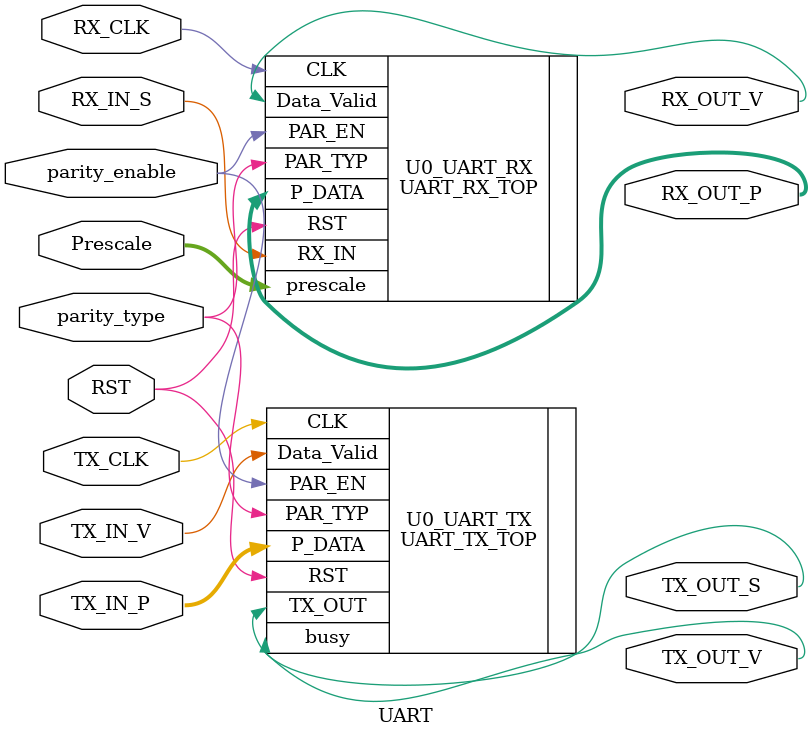
<source format=v>

module UART # ( parameter DATA_WIDTH = 8 , PRESCALE_WIDTH = 5 )

(
 input   wire                          RST,
 input   wire                          TX_CLK,
 input   wire                          RX_CLK,
 input   wire                          RX_IN_S,
 output  wire   [DATA_WIDTH-1:0]       RX_OUT_P, 
 output  wire                          RX_OUT_V,
 input   wire   [DATA_WIDTH-1:0]       TX_IN_P, 
 input   wire                          TX_IN_V, 
 output  wire                          TX_OUT_S,
 output  wire                          TX_OUT_V,  
 input   wire   [PRESCALE_WIDTH-1:0]   Prescale,
 input   wire                          parity_enable,
 input   wire                          parity_type//,
 //output  wire                          parity_error,
 //output  wire                          framing_error
);


UART_TX_TOP  U0_UART_TX (
.CLK(TX_CLK),
.RST(RST),
.P_DATA(TX_IN_P),
.Data_Valid(TX_IN_V),
.PAR_EN(parity_enable),
.PAR_TYP(parity_type), 
.TX_OUT(TX_OUT_S),
.busy(TX_OUT_V)
);
 
 
UART_RX_TOP U0_UART_RX (
.CLK(RX_CLK),
.RST(RST),
.RX_IN(RX_IN_S),
.prescale( Prescale),
.PAR_EN(parity_enable),
.PAR_TYP(parity_type),
.P_DATA(RX_OUT_P), 
.Data_Valid(RX_OUT_V)//,
//.parity_error(parity_error),
//.framing_error(framing_error)
);
 



endmodule
 

</source>
